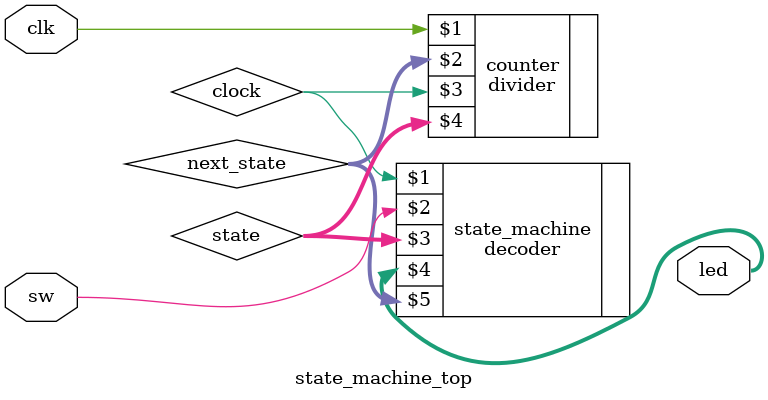
<source format=v>
`timescale 1ns / 1ps


module state_machine_top(
    clk,
    sw,
    led
    );
input clk;
input wire [0:0] sw;
output wire [15:0] led;
wire [3:0] state;
wire [3:0] next_state;

wire clock;
divider counter(clk, next_state, clock, state);

decoder state_machine(clock, sw, state, led, next_state);

endmodule

</source>
